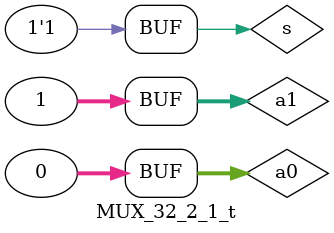
<source format=v>
`timescale 1ns / 1ps


module MUX_32_2_1_t;

	// Inputs
	reg [31:0] a0;
	reg [31:0] a1;
	reg s;

	// Outputs
	wire [31:0] y;

	// Instantiate the Unit Under Test (UUT)
	MUX_32_2_1 uut (
		.a0(a0), 
		.a1(a1), 
		.s(s), 
		.y(y)
	);

	initial begin
		// Initialize Inputs
		a0 = 0;
		a1 = 1;
		s = 0;

		// Wait 100 ns for global reset to finish
		#100;
      s = 1;  
		// Add stimulus here

	end
      
endmodule


</source>
